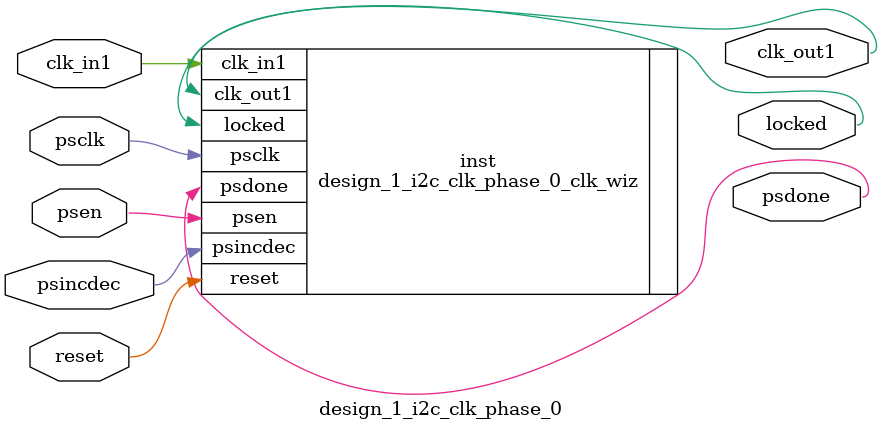
<source format=v>


`timescale 1ps/1ps

(* CORE_GENERATION_INFO = "design_1_i2c_clk_phase_0,clk_wiz_v6_0_5_0_0,{component_name=design_1_i2c_clk_phase_0,use_phase_alignment=false,use_min_o_jitter=false,use_max_i_jitter=false,use_dyn_phase_shift=true,use_inclk_switchover=false,use_dyn_reconfig=false,enable_axi=0,feedback_source=FDBK_AUTO,PRIMITIVE=MMCM,num_out_clk=1,clkin1_period=10.000,clkin2_period=10.000,use_power_down=false,use_reset=true,use_locked=true,use_inclk_stopped=false,feedback_type=SINGLE,CLOCK_MGR_TYPE=NA,manual_override=false}" *)

module design_1_i2c_clk_phase_0 
 (
  // Clock out ports
  output        clk_out1,
  // Dynamic phase shift ports
  input         psclk,
  input         psen,
  input         psincdec,
  output        psdone,
  // Status and control signals
  input         reset,
  output        locked,
 // Clock in ports
  input         clk_in1
 );

  design_1_i2c_clk_phase_0_clk_wiz inst
  (
  // Clock out ports  
  .clk_out1(clk_out1),
  // Dynamic phase shift ports                
  .psclk(psclk),
  .psen(psen),
  .psincdec(psincdec),
  .psdone(psdone),
  // Status and control signals               
  .reset(reset), 
  .locked(locked),
 // Clock in ports
  .clk_in1(clk_in1)
  );

endmodule

</source>
